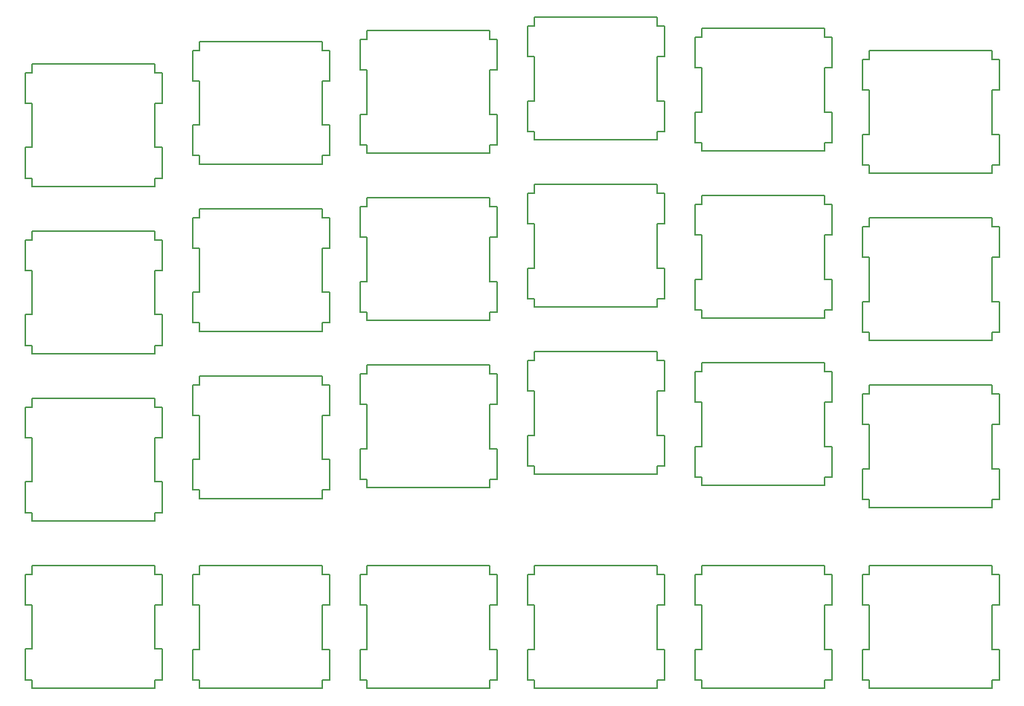
<source format=gbr>
G04 #@! TF.GenerationSoftware,KiCad,Pcbnew,5.1.9*
G04 #@! TF.CreationDate,2021-01-25T17:48:52-06:00*
G04 #@! TF.ProjectId,halfboard,68616c66-626f-4617-9264-2e6b69636164,rev?*
G04 #@! TF.SameCoordinates,Original*
G04 #@! TF.FileFunction,Other,ECO2*
%FSLAX46Y46*%
G04 Gerber Fmt 4.6, Leading zero omitted, Abs format (unit mm)*
G04 Created by KiCad (PCBNEW 5.1.9) date 2021-01-25 17:48:52*
%MOMM*%
%LPD*%
G01*
G04 APERTURE LIST*
%ADD10C,0.152400*%
G04 APERTURE END LIST*
D10*
G04 #@! TO.C,SW24*
X201453303Y-131992890D02*
X201453303Y-132973330D01*
X202266103Y-131992890D02*
X201453303Y-131992890D01*
X202266103Y-128492770D02*
X202266103Y-131992890D01*
X201453303Y-128492770D02*
X202266103Y-128492770D01*
X201453303Y-123483890D02*
X201453303Y-128492770D01*
X202266103Y-123483890D02*
X201453303Y-123483890D01*
X202266103Y-119983770D02*
X202266103Y-123483890D01*
X201453303Y-119983770D02*
X202266103Y-119983770D01*
X201453303Y-119003330D02*
X201453303Y-119983770D01*
X187483303Y-119003330D02*
X201453303Y-119003330D01*
X187483303Y-119983770D02*
X187483303Y-119003330D01*
X186670503Y-119983770D02*
X187483303Y-119983770D01*
X186670503Y-123483890D02*
X186670503Y-119983770D01*
X187483303Y-123483890D02*
X186670503Y-123483890D01*
X187483303Y-128492770D02*
X187483303Y-123483890D01*
X186670503Y-128492770D02*
X187483303Y-128492770D01*
X186670503Y-131992890D02*
X186670503Y-128492770D01*
X187483303Y-131992890D02*
X186670503Y-131992890D01*
X187483303Y-132973330D02*
X187483303Y-131992890D01*
X201453303Y-132973330D02*
X187483303Y-132973330D01*
G04 #@! TO.C,SW23*
X182403303Y-131992890D02*
X182403303Y-132973330D01*
X183216103Y-131992890D02*
X182403303Y-131992890D01*
X183216103Y-128492770D02*
X183216103Y-131992890D01*
X182403303Y-128492770D02*
X183216103Y-128492770D01*
X182403303Y-123483890D02*
X182403303Y-128492770D01*
X183216103Y-123483890D02*
X182403303Y-123483890D01*
X183216103Y-119983770D02*
X183216103Y-123483890D01*
X182403303Y-119983770D02*
X183216103Y-119983770D01*
X182403303Y-119003330D02*
X182403303Y-119983770D01*
X168433303Y-119003330D02*
X182403303Y-119003330D01*
X168433303Y-119983770D02*
X168433303Y-119003330D01*
X167620503Y-119983770D02*
X168433303Y-119983770D01*
X167620503Y-123483890D02*
X167620503Y-119983770D01*
X168433303Y-123483890D02*
X167620503Y-123483890D01*
X168433303Y-128492770D02*
X168433303Y-123483890D01*
X167620503Y-128492770D02*
X168433303Y-128492770D01*
X167620503Y-131992890D02*
X167620503Y-128492770D01*
X168433303Y-131992890D02*
X167620503Y-131992890D01*
X168433303Y-132973330D02*
X168433303Y-131992890D01*
X182403303Y-132973330D02*
X168433303Y-132973330D01*
G04 #@! TO.C,SW22*
X163353303Y-131992890D02*
X163353303Y-132973330D01*
X164166103Y-131992890D02*
X163353303Y-131992890D01*
X164166103Y-128492770D02*
X164166103Y-131992890D01*
X163353303Y-128492770D02*
X164166103Y-128492770D01*
X163353303Y-123483890D02*
X163353303Y-128492770D01*
X164166103Y-123483890D02*
X163353303Y-123483890D01*
X164166103Y-119983770D02*
X164166103Y-123483890D01*
X163353303Y-119983770D02*
X164166103Y-119983770D01*
X163353303Y-119003330D02*
X163353303Y-119983770D01*
X149383303Y-119003330D02*
X163353303Y-119003330D01*
X149383303Y-119983770D02*
X149383303Y-119003330D01*
X148570503Y-119983770D02*
X149383303Y-119983770D01*
X148570503Y-123483890D02*
X148570503Y-119983770D01*
X149383303Y-123483890D02*
X148570503Y-123483890D01*
X149383303Y-128492770D02*
X149383303Y-123483890D01*
X148570503Y-128492770D02*
X149383303Y-128492770D01*
X148570503Y-131992890D02*
X148570503Y-128492770D01*
X149383303Y-131992890D02*
X148570503Y-131992890D01*
X149383303Y-132973330D02*
X149383303Y-131992890D01*
X163353303Y-132973330D02*
X149383303Y-132973330D01*
G04 #@! TO.C,SW21*
X144303303Y-131992890D02*
X144303303Y-132973330D01*
X145116103Y-131992890D02*
X144303303Y-131992890D01*
X145116103Y-128492770D02*
X145116103Y-131992890D01*
X144303303Y-128492770D02*
X145116103Y-128492770D01*
X144303303Y-123483890D02*
X144303303Y-128492770D01*
X145116103Y-123483890D02*
X144303303Y-123483890D01*
X145116103Y-119983770D02*
X145116103Y-123483890D01*
X144303303Y-119983770D02*
X145116103Y-119983770D01*
X144303303Y-119003330D02*
X144303303Y-119983770D01*
X130333303Y-119003330D02*
X144303303Y-119003330D01*
X130333303Y-119983770D02*
X130333303Y-119003330D01*
X129520503Y-119983770D02*
X130333303Y-119983770D01*
X129520503Y-123483890D02*
X129520503Y-119983770D01*
X130333303Y-123483890D02*
X129520503Y-123483890D01*
X130333303Y-128492770D02*
X130333303Y-123483890D01*
X129520503Y-128492770D02*
X130333303Y-128492770D01*
X129520503Y-131992890D02*
X129520503Y-128492770D01*
X130333303Y-131992890D02*
X129520503Y-131992890D01*
X130333303Y-132973330D02*
X130333303Y-131992890D01*
X144303303Y-132973330D02*
X130333303Y-132973330D01*
G04 #@! TO.C,SW20*
X125247400Y-131988560D02*
X125247400Y-132969000D01*
X126060200Y-131988560D02*
X125247400Y-131988560D01*
X126060200Y-128488440D02*
X126060200Y-131988560D01*
X125247400Y-128488440D02*
X126060200Y-128488440D01*
X125247400Y-123479560D02*
X125247400Y-128488440D01*
X126060200Y-123479560D02*
X125247400Y-123479560D01*
X126060200Y-119979440D02*
X126060200Y-123479560D01*
X125247400Y-119979440D02*
X126060200Y-119979440D01*
X125247400Y-118999000D02*
X125247400Y-119979440D01*
X111277400Y-118999000D02*
X125247400Y-118999000D01*
X111277400Y-119979440D02*
X111277400Y-118999000D01*
X110464600Y-119979440D02*
X111277400Y-119979440D01*
X110464600Y-123479560D02*
X110464600Y-119979440D01*
X111277400Y-123479560D02*
X110464600Y-123479560D01*
X111277400Y-128488440D02*
X111277400Y-123479560D01*
X110464600Y-128488440D02*
X111277400Y-128488440D01*
X110464600Y-131988560D02*
X110464600Y-128488440D01*
X111277400Y-131988560D02*
X110464600Y-131988560D01*
X111277400Y-132969000D02*
X111277400Y-131988560D01*
X125247400Y-132969000D02*
X111277400Y-132969000D01*
G04 #@! TO.C,SW19*
X106205000Y-131963160D02*
X106205000Y-132943600D01*
X107017800Y-131963160D02*
X106205000Y-131963160D01*
X107017800Y-128463040D02*
X107017800Y-131963160D01*
X106205000Y-128463040D02*
X107017800Y-128463040D01*
X106205000Y-123454160D02*
X106205000Y-128463040D01*
X107017800Y-123454160D02*
X106205000Y-123454160D01*
X107017800Y-119954040D02*
X107017800Y-123454160D01*
X106205000Y-119954040D02*
X107017800Y-119954040D01*
X106205000Y-118973600D02*
X106205000Y-119954040D01*
X92235000Y-118973600D02*
X106205000Y-118973600D01*
X92235000Y-119954040D02*
X92235000Y-118973600D01*
X91422200Y-119954040D02*
X92235000Y-119954040D01*
X91422200Y-123454160D02*
X91422200Y-119954040D01*
X92235000Y-123454160D02*
X91422200Y-123454160D01*
X92235000Y-128463040D02*
X92235000Y-123454160D01*
X91422200Y-128463040D02*
X92235000Y-128463040D01*
X91422200Y-131963160D02*
X91422200Y-128463040D01*
X92235000Y-131963160D02*
X91422200Y-131963160D01*
X92235000Y-132943600D02*
X92235000Y-131963160D01*
X106205000Y-132943600D02*
X92235000Y-132943600D01*
G04 #@! TO.C,SW18*
X201453303Y-111418890D02*
X201453303Y-112399330D01*
X202266103Y-111418890D02*
X201453303Y-111418890D01*
X202266103Y-107918770D02*
X202266103Y-111418890D01*
X201453303Y-107918770D02*
X202266103Y-107918770D01*
X201453303Y-102909890D02*
X201453303Y-107918770D01*
X202266103Y-102909890D02*
X201453303Y-102909890D01*
X202266103Y-99409770D02*
X202266103Y-102909890D01*
X201453303Y-99409770D02*
X202266103Y-99409770D01*
X201453303Y-98429330D02*
X201453303Y-99409770D01*
X187483303Y-98429330D02*
X201453303Y-98429330D01*
X187483303Y-99409770D02*
X187483303Y-98429330D01*
X186670503Y-99409770D02*
X187483303Y-99409770D01*
X186670503Y-102909890D02*
X186670503Y-99409770D01*
X187483303Y-102909890D02*
X186670503Y-102909890D01*
X187483303Y-107918770D02*
X187483303Y-102909890D01*
X186670503Y-107918770D02*
X187483303Y-107918770D01*
X186670503Y-111418890D02*
X186670503Y-107918770D01*
X187483303Y-111418890D02*
X186670503Y-111418890D01*
X187483303Y-112399330D02*
X187483303Y-111418890D01*
X201453303Y-112399330D02*
X187483303Y-112399330D01*
G04 #@! TO.C,SW17*
X182403303Y-108878890D02*
X182403303Y-109859330D01*
X183216103Y-108878890D02*
X182403303Y-108878890D01*
X183216103Y-105378770D02*
X183216103Y-108878890D01*
X182403303Y-105378770D02*
X183216103Y-105378770D01*
X182403303Y-100369890D02*
X182403303Y-105378770D01*
X183216103Y-100369890D02*
X182403303Y-100369890D01*
X183216103Y-96869770D02*
X183216103Y-100369890D01*
X182403303Y-96869770D02*
X183216103Y-96869770D01*
X182403303Y-95889330D02*
X182403303Y-96869770D01*
X168433303Y-95889330D02*
X182403303Y-95889330D01*
X168433303Y-96869770D02*
X168433303Y-95889330D01*
X167620503Y-96869770D02*
X168433303Y-96869770D01*
X167620503Y-100369890D02*
X167620503Y-96869770D01*
X168433303Y-100369890D02*
X167620503Y-100369890D01*
X168433303Y-105378770D02*
X168433303Y-100369890D01*
X167620503Y-105378770D02*
X168433303Y-105378770D01*
X167620503Y-108878890D02*
X167620503Y-105378770D01*
X168433303Y-108878890D02*
X167620503Y-108878890D01*
X168433303Y-109859330D02*
X168433303Y-108878890D01*
X182403303Y-109859330D02*
X168433303Y-109859330D01*
G04 #@! TO.C,SW16*
X163353303Y-107608890D02*
X163353303Y-108589330D01*
X164166103Y-107608890D02*
X163353303Y-107608890D01*
X164166103Y-104108770D02*
X164166103Y-107608890D01*
X163353303Y-104108770D02*
X164166103Y-104108770D01*
X163353303Y-99099890D02*
X163353303Y-104108770D01*
X164166103Y-99099890D02*
X163353303Y-99099890D01*
X164166103Y-95599770D02*
X164166103Y-99099890D01*
X163353303Y-95599770D02*
X164166103Y-95599770D01*
X163353303Y-94619330D02*
X163353303Y-95599770D01*
X149383303Y-94619330D02*
X163353303Y-94619330D01*
X149383303Y-95599770D02*
X149383303Y-94619330D01*
X148570503Y-95599770D02*
X149383303Y-95599770D01*
X148570503Y-99099890D02*
X148570503Y-95599770D01*
X149383303Y-99099890D02*
X148570503Y-99099890D01*
X149383303Y-104108770D02*
X149383303Y-99099890D01*
X148570503Y-104108770D02*
X149383303Y-104108770D01*
X148570503Y-107608890D02*
X148570503Y-104108770D01*
X149383303Y-107608890D02*
X148570503Y-107608890D01*
X149383303Y-108589330D02*
X149383303Y-107608890D01*
X163353303Y-108589330D02*
X149383303Y-108589330D01*
G04 #@! TO.C,SW15*
X144303303Y-109132890D02*
X144303303Y-110113330D01*
X145116103Y-109132890D02*
X144303303Y-109132890D01*
X145116103Y-105632770D02*
X145116103Y-109132890D01*
X144303303Y-105632770D02*
X145116103Y-105632770D01*
X144303303Y-100623890D02*
X144303303Y-105632770D01*
X145116103Y-100623890D02*
X144303303Y-100623890D01*
X145116103Y-97123770D02*
X145116103Y-100623890D01*
X144303303Y-97123770D02*
X145116103Y-97123770D01*
X144303303Y-96143330D02*
X144303303Y-97123770D01*
X130333303Y-96143330D02*
X144303303Y-96143330D01*
X130333303Y-97123770D02*
X130333303Y-96143330D01*
X129520503Y-97123770D02*
X130333303Y-97123770D01*
X129520503Y-100623890D02*
X129520503Y-97123770D01*
X130333303Y-100623890D02*
X129520503Y-100623890D01*
X130333303Y-105632770D02*
X130333303Y-100623890D01*
X129520503Y-105632770D02*
X130333303Y-105632770D01*
X129520503Y-109132890D02*
X129520503Y-105632770D01*
X130333303Y-109132890D02*
X129520503Y-109132890D01*
X130333303Y-110113330D02*
X130333303Y-109132890D01*
X144303303Y-110113330D02*
X130333303Y-110113330D01*
G04 #@! TO.C,SW14*
X125250231Y-110359390D02*
X125250231Y-111339830D01*
X126063031Y-110359390D02*
X125250231Y-110359390D01*
X126063031Y-106859270D02*
X126063031Y-110359390D01*
X125250231Y-106859270D02*
X126063031Y-106859270D01*
X125250231Y-101850390D02*
X125250231Y-106859270D01*
X126063031Y-101850390D02*
X125250231Y-101850390D01*
X126063031Y-98350270D02*
X126063031Y-101850390D01*
X125250231Y-98350270D02*
X126063031Y-98350270D01*
X125250231Y-97369830D02*
X125250231Y-98350270D01*
X111280231Y-97369830D02*
X125250231Y-97369830D01*
X111280231Y-98350270D02*
X111280231Y-97369830D01*
X110467431Y-98350270D02*
X111280231Y-98350270D01*
X110467431Y-101850390D02*
X110467431Y-98350270D01*
X111280231Y-101850390D02*
X110467431Y-101850390D01*
X111280231Y-106859270D02*
X111280231Y-101850390D01*
X110467431Y-106859270D02*
X111280231Y-106859270D01*
X110467431Y-110359390D02*
X110467431Y-106859270D01*
X111280231Y-110359390D02*
X110467431Y-110359390D01*
X111280231Y-111339830D02*
X111280231Y-110359390D01*
X125250231Y-111339830D02*
X111280231Y-111339830D01*
G04 #@! TO.C,SW13*
X106197400Y-112913160D02*
X106197400Y-113893600D01*
X107010200Y-112913160D02*
X106197400Y-112913160D01*
X107010200Y-109413040D02*
X107010200Y-112913160D01*
X106197400Y-109413040D02*
X107010200Y-109413040D01*
X106197400Y-104404160D02*
X106197400Y-109413040D01*
X107010200Y-104404160D02*
X106197400Y-104404160D01*
X107010200Y-100904040D02*
X107010200Y-104404160D01*
X106197400Y-100904040D02*
X107010200Y-100904040D01*
X106197400Y-99923600D02*
X106197400Y-100904040D01*
X92227400Y-99923600D02*
X106197400Y-99923600D01*
X92227400Y-100904040D02*
X92227400Y-99923600D01*
X91414600Y-100904040D02*
X92227400Y-100904040D01*
X91414600Y-104404160D02*
X91414600Y-100904040D01*
X92227400Y-104404160D02*
X91414600Y-104404160D01*
X92227400Y-109413040D02*
X92227400Y-104404160D01*
X91414600Y-109413040D02*
X92227400Y-109413040D01*
X91414600Y-112913160D02*
X91414600Y-109413040D01*
X92227400Y-112913160D02*
X91414600Y-112913160D01*
X92227400Y-113893600D02*
X92227400Y-112913160D01*
X106197400Y-113893600D02*
X92227400Y-113893600D01*
G04 #@! TO.C,SW12*
X201453303Y-92368890D02*
X201453303Y-93349330D01*
X202266103Y-92368890D02*
X201453303Y-92368890D01*
X202266103Y-88868770D02*
X202266103Y-92368890D01*
X201453303Y-88868770D02*
X202266103Y-88868770D01*
X201453303Y-83859890D02*
X201453303Y-88868770D01*
X202266103Y-83859890D02*
X201453303Y-83859890D01*
X202266103Y-80359770D02*
X202266103Y-83859890D01*
X201453303Y-80359770D02*
X202266103Y-80359770D01*
X201453303Y-79379330D02*
X201453303Y-80359770D01*
X187483303Y-79379330D02*
X201453303Y-79379330D01*
X187483303Y-80359770D02*
X187483303Y-79379330D01*
X186670503Y-80359770D02*
X187483303Y-80359770D01*
X186670503Y-83859890D02*
X186670503Y-80359770D01*
X187483303Y-83859890D02*
X186670503Y-83859890D01*
X187483303Y-88868770D02*
X187483303Y-83859890D01*
X186670503Y-88868770D02*
X187483303Y-88868770D01*
X186670503Y-92368890D02*
X186670503Y-88868770D01*
X187483303Y-92368890D02*
X186670503Y-92368890D01*
X187483303Y-93349330D02*
X187483303Y-92368890D01*
X201453303Y-93349330D02*
X187483303Y-93349330D01*
G04 #@! TO.C,SW11*
X182403303Y-89828890D02*
X182403303Y-90809330D01*
X183216103Y-89828890D02*
X182403303Y-89828890D01*
X183216103Y-86328770D02*
X183216103Y-89828890D01*
X182403303Y-86328770D02*
X183216103Y-86328770D01*
X182403303Y-81319890D02*
X182403303Y-86328770D01*
X183216103Y-81319890D02*
X182403303Y-81319890D01*
X183216103Y-77819770D02*
X183216103Y-81319890D01*
X182403303Y-77819770D02*
X183216103Y-77819770D01*
X182403303Y-76839330D02*
X182403303Y-77819770D01*
X168433303Y-76839330D02*
X182403303Y-76839330D01*
X168433303Y-77819770D02*
X168433303Y-76839330D01*
X167620503Y-77819770D02*
X168433303Y-77819770D01*
X167620503Y-81319890D02*
X167620503Y-77819770D01*
X168433303Y-81319890D02*
X167620503Y-81319890D01*
X168433303Y-86328770D02*
X168433303Y-81319890D01*
X167620503Y-86328770D02*
X168433303Y-86328770D01*
X167620503Y-89828890D02*
X167620503Y-86328770D01*
X168433303Y-89828890D02*
X167620503Y-89828890D01*
X168433303Y-90809330D02*
X168433303Y-89828890D01*
X182403303Y-90809330D02*
X168433303Y-90809330D01*
G04 #@! TO.C,SW10*
X163353303Y-88558890D02*
X163353303Y-89539330D01*
X164166103Y-88558890D02*
X163353303Y-88558890D01*
X164166103Y-85058770D02*
X164166103Y-88558890D01*
X163353303Y-85058770D02*
X164166103Y-85058770D01*
X163353303Y-80049890D02*
X163353303Y-85058770D01*
X164166103Y-80049890D02*
X163353303Y-80049890D01*
X164166103Y-76549770D02*
X164166103Y-80049890D01*
X163353303Y-76549770D02*
X164166103Y-76549770D01*
X163353303Y-75569330D02*
X163353303Y-76549770D01*
X149383303Y-75569330D02*
X163353303Y-75569330D01*
X149383303Y-76549770D02*
X149383303Y-75569330D01*
X148570503Y-76549770D02*
X149383303Y-76549770D01*
X148570503Y-80049890D02*
X148570503Y-76549770D01*
X149383303Y-80049890D02*
X148570503Y-80049890D01*
X149383303Y-85058770D02*
X149383303Y-80049890D01*
X148570503Y-85058770D02*
X149383303Y-85058770D01*
X148570503Y-88558890D02*
X148570503Y-85058770D01*
X149383303Y-88558890D02*
X148570503Y-88558890D01*
X149383303Y-89539330D02*
X149383303Y-88558890D01*
X163353303Y-89539330D02*
X149383303Y-89539330D01*
G04 #@! TO.C,SW9*
X144303303Y-90082890D02*
X144303303Y-91063330D01*
X145116103Y-90082890D02*
X144303303Y-90082890D01*
X145116103Y-86582770D02*
X145116103Y-90082890D01*
X144303303Y-86582770D02*
X145116103Y-86582770D01*
X144303303Y-81573890D02*
X144303303Y-86582770D01*
X145116103Y-81573890D02*
X144303303Y-81573890D01*
X145116103Y-78073770D02*
X145116103Y-81573890D01*
X144303303Y-78073770D02*
X145116103Y-78073770D01*
X144303303Y-77093330D02*
X144303303Y-78073770D01*
X130333303Y-77093330D02*
X144303303Y-77093330D01*
X130333303Y-78073770D02*
X130333303Y-77093330D01*
X129520503Y-78073770D02*
X130333303Y-78073770D01*
X129520503Y-81573890D02*
X129520503Y-78073770D01*
X130333303Y-81573890D02*
X129520503Y-81573890D01*
X130333303Y-86582770D02*
X130333303Y-81573890D01*
X129520503Y-86582770D02*
X130333303Y-86582770D01*
X129520503Y-90082890D02*
X129520503Y-86582770D01*
X130333303Y-90082890D02*
X129520503Y-90082890D01*
X130333303Y-91063330D02*
X130333303Y-90082890D01*
X144303303Y-91063330D02*
X130333303Y-91063330D01*
G04 #@! TO.C,SW8*
X125250231Y-91310989D02*
X125250231Y-92291429D01*
X126063031Y-91310989D02*
X125250231Y-91310989D01*
X126063031Y-87810869D02*
X126063031Y-91310989D01*
X125250231Y-87810869D02*
X126063031Y-87810869D01*
X125250231Y-82801989D02*
X125250231Y-87810869D01*
X126063031Y-82801989D02*
X125250231Y-82801989D01*
X126063031Y-79301869D02*
X126063031Y-82801989D01*
X125250231Y-79301869D02*
X126063031Y-79301869D01*
X125250231Y-78321429D02*
X125250231Y-79301869D01*
X111280231Y-78321429D02*
X125250231Y-78321429D01*
X111280231Y-79301869D02*
X111280231Y-78321429D01*
X110467431Y-79301869D02*
X111280231Y-79301869D01*
X110467431Y-82801989D02*
X110467431Y-79301869D01*
X111280231Y-82801989D02*
X110467431Y-82801989D01*
X111280231Y-87810869D02*
X111280231Y-82801989D01*
X110467431Y-87810869D02*
X111280231Y-87810869D01*
X110467431Y-91310989D02*
X110467431Y-87810869D01*
X111280231Y-91310989D02*
X110467431Y-91310989D01*
X111280231Y-92291429D02*
X111280231Y-91310989D01*
X125250231Y-92291429D02*
X111280231Y-92291429D01*
G04 #@! TO.C,SW7*
X106205000Y-93863160D02*
X106205000Y-94843600D01*
X107017800Y-93863160D02*
X106205000Y-93863160D01*
X107017800Y-90363040D02*
X107017800Y-93863160D01*
X106205000Y-90363040D02*
X107017800Y-90363040D01*
X106205000Y-85354160D02*
X106205000Y-90363040D01*
X107017800Y-85354160D02*
X106205000Y-85354160D01*
X107017800Y-81854040D02*
X107017800Y-85354160D01*
X106205000Y-81854040D02*
X107017800Y-81854040D01*
X106205000Y-80873600D02*
X106205000Y-81854040D01*
X92235000Y-80873600D02*
X106205000Y-80873600D01*
X92235000Y-81854040D02*
X92235000Y-80873600D01*
X91422200Y-81854040D02*
X92235000Y-81854040D01*
X91422200Y-85354160D02*
X91422200Y-81854040D01*
X92235000Y-85354160D02*
X91422200Y-85354160D01*
X92235000Y-90363040D02*
X92235000Y-85354160D01*
X91422200Y-90363040D02*
X92235000Y-90363040D01*
X91422200Y-93863160D02*
X91422200Y-90363040D01*
X92235000Y-93863160D02*
X91422200Y-93863160D01*
X92235000Y-94843600D02*
X92235000Y-93863160D01*
X106205000Y-94843600D02*
X92235000Y-94843600D01*
G04 #@! TO.C,SW6*
X201453303Y-73318890D02*
X201453303Y-74299330D01*
X202266103Y-73318890D02*
X201453303Y-73318890D01*
X202266103Y-69818770D02*
X202266103Y-73318890D01*
X201453303Y-69818770D02*
X202266103Y-69818770D01*
X201453303Y-64809890D02*
X201453303Y-69818770D01*
X202266103Y-64809890D02*
X201453303Y-64809890D01*
X202266103Y-61309770D02*
X202266103Y-64809890D01*
X201453303Y-61309770D02*
X202266103Y-61309770D01*
X201453303Y-60329330D02*
X201453303Y-61309770D01*
X187483303Y-60329330D02*
X201453303Y-60329330D01*
X187483303Y-61309770D02*
X187483303Y-60329330D01*
X186670503Y-61309770D02*
X187483303Y-61309770D01*
X186670503Y-64809890D02*
X186670503Y-61309770D01*
X187483303Y-64809890D02*
X186670503Y-64809890D01*
X187483303Y-69818770D02*
X187483303Y-64809890D01*
X186670503Y-69818770D02*
X187483303Y-69818770D01*
X186670503Y-73318890D02*
X186670503Y-69818770D01*
X187483303Y-73318890D02*
X186670503Y-73318890D01*
X187483303Y-74299330D02*
X187483303Y-73318890D01*
X201453303Y-74299330D02*
X187483303Y-74299330D01*
G04 #@! TO.C,SW5*
X182403303Y-70778890D02*
X182403303Y-71759330D01*
X183216103Y-70778890D02*
X182403303Y-70778890D01*
X183216103Y-67278770D02*
X183216103Y-70778890D01*
X182403303Y-67278770D02*
X183216103Y-67278770D01*
X182403303Y-62269890D02*
X182403303Y-67278770D01*
X183216103Y-62269890D02*
X182403303Y-62269890D01*
X183216103Y-58769770D02*
X183216103Y-62269890D01*
X182403303Y-58769770D02*
X183216103Y-58769770D01*
X182403303Y-57789330D02*
X182403303Y-58769770D01*
X168433303Y-57789330D02*
X182403303Y-57789330D01*
X168433303Y-58769770D02*
X168433303Y-57789330D01*
X167620503Y-58769770D02*
X168433303Y-58769770D01*
X167620503Y-62269890D02*
X167620503Y-58769770D01*
X168433303Y-62269890D02*
X167620503Y-62269890D01*
X168433303Y-67278770D02*
X168433303Y-62269890D01*
X167620503Y-67278770D02*
X168433303Y-67278770D01*
X167620503Y-70778890D02*
X167620503Y-67278770D01*
X168433303Y-70778890D02*
X167620503Y-70778890D01*
X168433303Y-71759330D02*
X168433303Y-70778890D01*
X182403303Y-71759330D02*
X168433303Y-71759330D01*
G04 #@! TO.C,SW4*
X163353303Y-69508890D02*
X163353303Y-70489330D01*
X164166103Y-69508890D02*
X163353303Y-69508890D01*
X164166103Y-66008770D02*
X164166103Y-69508890D01*
X163353303Y-66008770D02*
X164166103Y-66008770D01*
X163353303Y-60999890D02*
X163353303Y-66008770D01*
X164166103Y-60999890D02*
X163353303Y-60999890D01*
X164166103Y-57499770D02*
X164166103Y-60999890D01*
X163353303Y-57499770D02*
X164166103Y-57499770D01*
X163353303Y-56519330D02*
X163353303Y-57499770D01*
X149383303Y-56519330D02*
X163353303Y-56519330D01*
X149383303Y-57499770D02*
X149383303Y-56519330D01*
X148570503Y-57499770D02*
X149383303Y-57499770D01*
X148570503Y-60999890D02*
X148570503Y-57499770D01*
X149383303Y-60999890D02*
X148570503Y-60999890D01*
X149383303Y-66008770D02*
X149383303Y-60999890D01*
X148570503Y-66008770D02*
X149383303Y-66008770D01*
X148570503Y-69508890D02*
X148570503Y-66008770D01*
X149383303Y-69508890D02*
X148570503Y-69508890D01*
X149383303Y-70489330D02*
X149383303Y-69508890D01*
X163353303Y-70489330D02*
X149383303Y-70489330D01*
G04 #@! TO.C,SW3*
X144303303Y-71028890D02*
X144303303Y-72009330D01*
X145116103Y-71028890D02*
X144303303Y-71028890D01*
X145116103Y-67528770D02*
X145116103Y-71028890D01*
X144303303Y-67528770D02*
X145116103Y-67528770D01*
X144303303Y-62519890D02*
X144303303Y-67528770D01*
X145116103Y-62519890D02*
X144303303Y-62519890D01*
X145116103Y-59019770D02*
X145116103Y-62519890D01*
X144303303Y-59019770D02*
X145116103Y-59019770D01*
X144303303Y-58039330D02*
X144303303Y-59019770D01*
X130333303Y-58039330D02*
X144303303Y-58039330D01*
X130333303Y-59019770D02*
X130333303Y-58039330D01*
X129520503Y-59019770D02*
X130333303Y-59019770D01*
X129520503Y-62519890D02*
X129520503Y-59019770D01*
X130333303Y-62519890D02*
X129520503Y-62519890D01*
X130333303Y-67528770D02*
X130333303Y-62519890D01*
X129520503Y-67528770D02*
X130333303Y-67528770D01*
X129520503Y-71028890D02*
X129520503Y-67528770D01*
X130333303Y-71028890D02*
X129520503Y-71028890D01*
X130333303Y-72009330D02*
X130333303Y-71028890D01*
X144303303Y-72009330D02*
X130333303Y-72009330D01*
G04 #@! TO.C,SW2*
X125250231Y-72262890D02*
X125250231Y-73243330D01*
X126063031Y-72262890D02*
X125250231Y-72262890D01*
X126063031Y-68762770D02*
X126063031Y-72262890D01*
X125250231Y-68762770D02*
X126063031Y-68762770D01*
X125250231Y-63753890D02*
X125250231Y-68762770D01*
X126063031Y-63753890D02*
X125250231Y-63753890D01*
X126063031Y-60253770D02*
X126063031Y-63753890D01*
X125250231Y-60253770D02*
X126063031Y-60253770D01*
X125250231Y-59273330D02*
X125250231Y-60253770D01*
X111280231Y-59273330D02*
X125250231Y-59273330D01*
X111280231Y-60253770D02*
X111280231Y-59273330D01*
X110467431Y-60253770D02*
X111280231Y-60253770D01*
X110467431Y-63753890D02*
X110467431Y-60253770D01*
X111280231Y-63753890D02*
X110467431Y-63753890D01*
X111280231Y-68762770D02*
X111280231Y-63753890D01*
X110467431Y-68762770D02*
X111280231Y-68762770D01*
X110467431Y-72262890D02*
X110467431Y-68762770D01*
X111280231Y-72262890D02*
X110467431Y-72262890D01*
X111280231Y-73243330D02*
X111280231Y-72262890D01*
X125250231Y-73243330D02*
X111280231Y-73243330D01*
G04 #@! TO.C,SW1*
X106205000Y-74813160D02*
X106205000Y-75793600D01*
X107017800Y-74813160D02*
X106205000Y-74813160D01*
X107017800Y-71313040D02*
X107017800Y-74813160D01*
X106205000Y-71313040D02*
X107017800Y-71313040D01*
X106205000Y-66304160D02*
X106205000Y-71313040D01*
X107017800Y-66304160D02*
X106205000Y-66304160D01*
X107017800Y-62804040D02*
X107017800Y-66304160D01*
X106205000Y-62804040D02*
X107017800Y-62804040D01*
X106205000Y-61823600D02*
X106205000Y-62804040D01*
X92235000Y-61823600D02*
X106205000Y-61823600D01*
X92235000Y-62804040D02*
X92235000Y-61823600D01*
X91422200Y-62804040D02*
X92235000Y-62804040D01*
X91422200Y-66304160D02*
X91422200Y-62804040D01*
X92235000Y-66304160D02*
X91422200Y-66304160D01*
X92235000Y-71313040D02*
X92235000Y-66304160D01*
X91422200Y-71313040D02*
X92235000Y-71313040D01*
X91422200Y-74813160D02*
X91422200Y-71313040D01*
X92235000Y-74813160D02*
X91422200Y-74813160D01*
X92235000Y-75793600D02*
X92235000Y-74813160D01*
X106205000Y-75793600D02*
X92235000Y-75793600D01*
G04 #@! TO.C, *
X106205000Y-93863160D02*
X106205000Y-94843600D01*
X107017800Y-93863160D02*
X106205000Y-93863160D01*
X107017800Y-90363040D02*
X107017800Y-93863160D01*
X106205000Y-90363040D02*
X107017800Y-90363040D01*
X106205000Y-85354160D02*
X106205000Y-90363040D01*
X107017800Y-85354160D02*
X106205000Y-85354160D01*
X107017800Y-81854040D02*
X107017800Y-85354160D01*
X106205000Y-81854040D02*
X107017800Y-81854040D01*
X106205000Y-80873600D02*
X106205000Y-81854040D01*
X92235000Y-80873600D02*
X106205000Y-80873600D01*
X92235000Y-81854040D02*
X92235000Y-80873600D01*
X91422200Y-81854040D02*
X92235000Y-81854040D01*
X91422200Y-85354160D02*
X91422200Y-81854040D01*
X92235000Y-85354160D02*
X91422200Y-85354160D01*
X92235000Y-90363040D02*
X92235000Y-85354160D01*
X91422200Y-90363040D02*
X92235000Y-90363040D01*
X91422200Y-93863160D02*
X91422200Y-90363040D01*
X92235000Y-93863160D02*
X91422200Y-93863160D01*
X92235000Y-94843600D02*
X92235000Y-93863160D01*
X106205000Y-94843600D02*
X92235000Y-94843600D01*
X163353303Y-88558890D02*
X163353303Y-89539330D01*
X164166103Y-88558890D02*
X163353303Y-88558890D01*
X164166103Y-85058770D02*
X164166103Y-88558890D01*
X163353303Y-85058770D02*
X164166103Y-85058770D01*
X163353303Y-80049890D02*
X163353303Y-85058770D01*
X164166103Y-80049890D02*
X163353303Y-80049890D01*
X164166103Y-76549770D02*
X164166103Y-80049890D01*
X163353303Y-76549770D02*
X164166103Y-76549770D01*
X163353303Y-75569330D02*
X163353303Y-76549770D01*
X149383303Y-75569330D02*
X163353303Y-75569330D01*
X149383303Y-76549770D02*
X149383303Y-75569330D01*
X148570503Y-76549770D02*
X149383303Y-76549770D01*
X148570503Y-80049890D02*
X148570503Y-76549770D01*
X149383303Y-80049890D02*
X148570503Y-80049890D01*
X149383303Y-85058770D02*
X149383303Y-80049890D01*
X148570503Y-85058770D02*
X149383303Y-85058770D01*
X148570503Y-88558890D02*
X148570503Y-85058770D01*
X149383303Y-88558890D02*
X148570503Y-88558890D01*
X149383303Y-89539330D02*
X149383303Y-88558890D01*
X163353303Y-89539330D02*
X149383303Y-89539330D01*
X144303303Y-90082890D02*
X144303303Y-91063330D01*
X145116103Y-90082890D02*
X144303303Y-90082890D01*
X145116103Y-86582770D02*
X145116103Y-90082890D01*
X144303303Y-86582770D02*
X145116103Y-86582770D01*
X144303303Y-81573890D02*
X144303303Y-86582770D01*
X145116103Y-81573890D02*
X144303303Y-81573890D01*
X145116103Y-78073770D02*
X145116103Y-81573890D01*
X144303303Y-78073770D02*
X145116103Y-78073770D01*
X144303303Y-77093330D02*
X144303303Y-78073770D01*
X130333303Y-77093330D02*
X144303303Y-77093330D01*
X130333303Y-78073770D02*
X130333303Y-77093330D01*
X129520503Y-78073770D02*
X130333303Y-78073770D01*
X129520503Y-81573890D02*
X129520503Y-78073770D01*
X130333303Y-81573890D02*
X129520503Y-81573890D01*
X130333303Y-86582770D02*
X130333303Y-81573890D01*
X129520503Y-86582770D02*
X130333303Y-86582770D01*
X129520503Y-90082890D02*
X129520503Y-86582770D01*
X130333303Y-90082890D02*
X129520503Y-90082890D01*
X130333303Y-91063330D02*
X130333303Y-90082890D01*
X144303303Y-91063330D02*
X130333303Y-91063330D01*
X163353303Y-131992890D02*
X163353303Y-132973330D01*
X164166103Y-131992890D02*
X163353303Y-131992890D01*
X164166103Y-128492770D02*
X164166103Y-131992890D01*
X163353303Y-128492770D02*
X164166103Y-128492770D01*
X163353303Y-123483890D02*
X163353303Y-128492770D01*
X164166103Y-123483890D02*
X163353303Y-123483890D01*
X164166103Y-119983770D02*
X164166103Y-123483890D01*
X163353303Y-119983770D02*
X164166103Y-119983770D01*
X163353303Y-119003330D02*
X163353303Y-119983770D01*
X149383303Y-119003330D02*
X163353303Y-119003330D01*
X149383303Y-119983770D02*
X149383303Y-119003330D01*
X148570503Y-119983770D02*
X149383303Y-119983770D01*
X148570503Y-123483890D02*
X148570503Y-119983770D01*
X149383303Y-123483890D02*
X148570503Y-123483890D01*
X149383303Y-128492770D02*
X149383303Y-123483890D01*
X148570503Y-128492770D02*
X149383303Y-128492770D01*
X148570503Y-131992890D02*
X148570503Y-128492770D01*
X149383303Y-131992890D02*
X148570503Y-131992890D01*
X149383303Y-132973330D02*
X149383303Y-131992890D01*
X163353303Y-132973330D02*
X149383303Y-132973330D01*
X201453303Y-73318890D02*
X201453303Y-74299330D01*
X202266103Y-73318890D02*
X201453303Y-73318890D01*
X202266103Y-69818770D02*
X202266103Y-73318890D01*
X201453303Y-69818770D02*
X202266103Y-69818770D01*
X201453303Y-64809890D02*
X201453303Y-69818770D01*
X202266103Y-64809890D02*
X201453303Y-64809890D01*
X202266103Y-61309770D02*
X202266103Y-64809890D01*
X201453303Y-61309770D02*
X202266103Y-61309770D01*
X201453303Y-60329330D02*
X201453303Y-61309770D01*
X187483303Y-60329330D02*
X201453303Y-60329330D01*
X187483303Y-61309770D02*
X187483303Y-60329330D01*
X186670503Y-61309770D02*
X187483303Y-61309770D01*
X186670503Y-64809890D02*
X186670503Y-61309770D01*
X187483303Y-64809890D02*
X186670503Y-64809890D01*
X187483303Y-69818770D02*
X187483303Y-64809890D01*
X186670503Y-69818770D02*
X187483303Y-69818770D01*
X186670503Y-73318890D02*
X186670503Y-69818770D01*
X187483303Y-73318890D02*
X186670503Y-73318890D01*
X187483303Y-74299330D02*
X187483303Y-73318890D01*
X201453303Y-74299330D02*
X187483303Y-74299330D01*
X144303303Y-109132890D02*
X144303303Y-110113330D01*
X145116103Y-109132890D02*
X144303303Y-109132890D01*
X145116103Y-105632770D02*
X145116103Y-109132890D01*
X144303303Y-105632770D02*
X145116103Y-105632770D01*
X144303303Y-100623890D02*
X144303303Y-105632770D01*
X145116103Y-100623890D02*
X144303303Y-100623890D01*
X145116103Y-97123770D02*
X145116103Y-100623890D01*
X144303303Y-97123770D02*
X145116103Y-97123770D01*
X144303303Y-96143330D02*
X144303303Y-97123770D01*
X130333303Y-96143330D02*
X144303303Y-96143330D01*
X130333303Y-97123770D02*
X130333303Y-96143330D01*
X129520503Y-97123770D02*
X130333303Y-97123770D01*
X129520503Y-100623890D02*
X129520503Y-97123770D01*
X130333303Y-100623890D02*
X129520503Y-100623890D01*
X130333303Y-105632770D02*
X130333303Y-100623890D01*
X129520503Y-105632770D02*
X130333303Y-105632770D01*
X129520503Y-109132890D02*
X129520503Y-105632770D01*
X130333303Y-109132890D02*
X129520503Y-109132890D01*
X130333303Y-110113330D02*
X130333303Y-109132890D01*
X144303303Y-110113330D02*
X130333303Y-110113330D01*
X106205000Y-74813160D02*
X106205000Y-75793600D01*
X107017800Y-74813160D02*
X106205000Y-74813160D01*
X107017800Y-71313040D02*
X107017800Y-74813160D01*
X106205000Y-71313040D02*
X107017800Y-71313040D01*
X106205000Y-66304160D02*
X106205000Y-71313040D01*
X107017800Y-66304160D02*
X106205000Y-66304160D01*
X107017800Y-62804040D02*
X107017800Y-66304160D01*
X106205000Y-62804040D02*
X107017800Y-62804040D01*
X106205000Y-61823600D02*
X106205000Y-62804040D01*
X92235000Y-61823600D02*
X106205000Y-61823600D01*
X92235000Y-62804040D02*
X92235000Y-61823600D01*
X91422200Y-62804040D02*
X92235000Y-62804040D01*
X91422200Y-66304160D02*
X91422200Y-62804040D01*
X92235000Y-66304160D02*
X91422200Y-66304160D01*
X92235000Y-71313040D02*
X92235000Y-66304160D01*
X91422200Y-71313040D02*
X92235000Y-71313040D01*
X91422200Y-74813160D02*
X91422200Y-71313040D01*
X92235000Y-74813160D02*
X91422200Y-74813160D01*
X92235000Y-75793600D02*
X92235000Y-74813160D01*
X106205000Y-75793600D02*
X92235000Y-75793600D01*
X182403303Y-70778890D02*
X182403303Y-71759330D01*
X183216103Y-70778890D02*
X182403303Y-70778890D01*
X183216103Y-67278770D02*
X183216103Y-70778890D01*
X182403303Y-67278770D02*
X183216103Y-67278770D01*
X182403303Y-62269890D02*
X182403303Y-67278770D01*
X183216103Y-62269890D02*
X182403303Y-62269890D01*
X183216103Y-58769770D02*
X183216103Y-62269890D01*
X182403303Y-58769770D02*
X183216103Y-58769770D01*
X182403303Y-57789330D02*
X182403303Y-58769770D01*
X168433303Y-57789330D02*
X182403303Y-57789330D01*
X168433303Y-58769770D02*
X168433303Y-57789330D01*
X167620503Y-58769770D02*
X168433303Y-58769770D01*
X167620503Y-62269890D02*
X167620503Y-58769770D01*
X168433303Y-62269890D02*
X167620503Y-62269890D01*
X168433303Y-67278770D02*
X168433303Y-62269890D01*
X167620503Y-67278770D02*
X168433303Y-67278770D01*
X167620503Y-70778890D02*
X167620503Y-67278770D01*
X168433303Y-70778890D02*
X167620503Y-70778890D01*
X168433303Y-71759330D02*
X168433303Y-70778890D01*
X182403303Y-71759330D02*
X168433303Y-71759330D01*
X144303303Y-131992890D02*
X144303303Y-132973330D01*
X145116103Y-131992890D02*
X144303303Y-131992890D01*
X145116103Y-128492770D02*
X145116103Y-131992890D01*
X144303303Y-128492770D02*
X145116103Y-128492770D01*
X144303303Y-123483890D02*
X144303303Y-128492770D01*
X145116103Y-123483890D02*
X144303303Y-123483890D01*
X145116103Y-119983770D02*
X145116103Y-123483890D01*
X144303303Y-119983770D02*
X145116103Y-119983770D01*
X144303303Y-119003330D02*
X144303303Y-119983770D01*
X130333303Y-119003330D02*
X144303303Y-119003330D01*
X130333303Y-119983770D02*
X130333303Y-119003330D01*
X129520503Y-119983770D02*
X130333303Y-119983770D01*
X129520503Y-123483890D02*
X129520503Y-119983770D01*
X130333303Y-123483890D02*
X129520503Y-123483890D01*
X130333303Y-128492770D02*
X130333303Y-123483890D01*
X129520503Y-128492770D02*
X130333303Y-128492770D01*
X129520503Y-131992890D02*
X129520503Y-128492770D01*
X130333303Y-131992890D02*
X129520503Y-131992890D01*
X130333303Y-132973330D02*
X130333303Y-131992890D01*
X144303303Y-132973330D02*
X130333303Y-132973330D01*
X163353303Y-107608890D02*
X163353303Y-108589330D01*
X164166103Y-107608890D02*
X163353303Y-107608890D01*
X164166103Y-104108770D02*
X164166103Y-107608890D01*
X163353303Y-104108770D02*
X164166103Y-104108770D01*
X163353303Y-99099890D02*
X163353303Y-104108770D01*
X164166103Y-99099890D02*
X163353303Y-99099890D01*
X164166103Y-95599770D02*
X164166103Y-99099890D01*
X163353303Y-95599770D02*
X164166103Y-95599770D01*
X163353303Y-94619330D02*
X163353303Y-95599770D01*
X149383303Y-94619330D02*
X163353303Y-94619330D01*
X149383303Y-95599770D02*
X149383303Y-94619330D01*
X148570503Y-95599770D02*
X149383303Y-95599770D01*
X148570503Y-99099890D02*
X148570503Y-95599770D01*
X149383303Y-99099890D02*
X148570503Y-99099890D01*
X149383303Y-104108770D02*
X149383303Y-99099890D01*
X148570503Y-104108770D02*
X149383303Y-104108770D01*
X148570503Y-107608890D02*
X148570503Y-104108770D01*
X149383303Y-107608890D02*
X148570503Y-107608890D01*
X149383303Y-108589330D02*
X149383303Y-107608890D01*
X163353303Y-108589330D02*
X149383303Y-108589330D01*
X125250231Y-110359390D02*
X125250231Y-111339830D01*
X126063031Y-110359390D02*
X125250231Y-110359390D01*
X126063031Y-106859270D02*
X126063031Y-110359390D01*
X125250231Y-106859270D02*
X126063031Y-106859270D01*
X125250231Y-101850390D02*
X125250231Y-106859270D01*
X126063031Y-101850390D02*
X125250231Y-101850390D01*
X126063031Y-98350270D02*
X126063031Y-101850390D01*
X125250231Y-98350270D02*
X126063031Y-98350270D01*
X125250231Y-97369830D02*
X125250231Y-98350270D01*
X111280231Y-97369830D02*
X125250231Y-97369830D01*
X111280231Y-98350270D02*
X111280231Y-97369830D01*
X110467431Y-98350270D02*
X111280231Y-98350270D01*
X110467431Y-101850390D02*
X110467431Y-98350270D01*
X111280231Y-101850390D02*
X110467431Y-101850390D01*
X111280231Y-106859270D02*
X111280231Y-101850390D01*
X110467431Y-106859270D02*
X111280231Y-106859270D01*
X110467431Y-110359390D02*
X110467431Y-106859270D01*
X111280231Y-110359390D02*
X110467431Y-110359390D01*
X111280231Y-111339830D02*
X111280231Y-110359390D01*
X125250231Y-111339830D02*
X111280231Y-111339830D01*
X182403303Y-89828890D02*
X182403303Y-90809330D01*
X183216103Y-89828890D02*
X182403303Y-89828890D01*
X183216103Y-86328770D02*
X183216103Y-89828890D01*
X182403303Y-86328770D02*
X183216103Y-86328770D01*
X182403303Y-81319890D02*
X182403303Y-86328770D01*
X183216103Y-81319890D02*
X182403303Y-81319890D01*
X183216103Y-77819770D02*
X183216103Y-81319890D01*
X182403303Y-77819770D02*
X183216103Y-77819770D01*
X182403303Y-76839330D02*
X182403303Y-77819770D01*
X168433303Y-76839330D02*
X182403303Y-76839330D01*
X168433303Y-77819770D02*
X168433303Y-76839330D01*
X167620503Y-77819770D02*
X168433303Y-77819770D01*
X167620503Y-81319890D02*
X167620503Y-77819770D01*
X168433303Y-81319890D02*
X167620503Y-81319890D01*
X168433303Y-86328770D02*
X168433303Y-81319890D01*
X167620503Y-86328770D02*
X168433303Y-86328770D01*
X167620503Y-89828890D02*
X167620503Y-86328770D01*
X168433303Y-89828890D02*
X167620503Y-89828890D01*
X168433303Y-90809330D02*
X168433303Y-89828890D01*
X182403303Y-90809330D02*
X168433303Y-90809330D01*
X201453303Y-111418890D02*
X201453303Y-112399330D01*
X202266103Y-111418890D02*
X201453303Y-111418890D01*
X202266103Y-107918770D02*
X202266103Y-111418890D01*
X201453303Y-107918770D02*
X202266103Y-107918770D01*
X201453303Y-102909890D02*
X201453303Y-107918770D01*
X202266103Y-102909890D02*
X201453303Y-102909890D01*
X202266103Y-99409770D02*
X202266103Y-102909890D01*
X201453303Y-99409770D02*
X202266103Y-99409770D01*
X201453303Y-98429330D02*
X201453303Y-99409770D01*
X187483303Y-98429330D02*
X201453303Y-98429330D01*
X187483303Y-99409770D02*
X187483303Y-98429330D01*
X186670503Y-99409770D02*
X187483303Y-99409770D01*
X186670503Y-102909890D02*
X186670503Y-99409770D01*
X187483303Y-102909890D02*
X186670503Y-102909890D01*
X187483303Y-107918770D02*
X187483303Y-102909890D01*
X186670503Y-107918770D02*
X187483303Y-107918770D01*
X186670503Y-111418890D02*
X186670503Y-107918770D01*
X187483303Y-111418890D02*
X186670503Y-111418890D01*
X187483303Y-112399330D02*
X187483303Y-111418890D01*
X201453303Y-112399330D02*
X187483303Y-112399330D01*
X201453303Y-131992890D02*
X201453303Y-132973330D01*
X202266103Y-131992890D02*
X201453303Y-131992890D01*
X202266103Y-128492770D02*
X202266103Y-131992890D01*
X201453303Y-128492770D02*
X202266103Y-128492770D01*
X201453303Y-123483890D02*
X201453303Y-128492770D01*
X202266103Y-123483890D02*
X201453303Y-123483890D01*
X202266103Y-119983770D02*
X202266103Y-123483890D01*
X201453303Y-119983770D02*
X202266103Y-119983770D01*
X201453303Y-119003330D02*
X201453303Y-119983770D01*
X187483303Y-119003330D02*
X201453303Y-119003330D01*
X187483303Y-119983770D02*
X187483303Y-119003330D01*
X186670503Y-119983770D02*
X187483303Y-119983770D01*
X186670503Y-123483890D02*
X186670503Y-119983770D01*
X187483303Y-123483890D02*
X186670503Y-123483890D01*
X187483303Y-128492770D02*
X187483303Y-123483890D01*
X186670503Y-128492770D02*
X187483303Y-128492770D01*
X186670503Y-131992890D02*
X186670503Y-128492770D01*
X187483303Y-131992890D02*
X186670503Y-131992890D01*
X187483303Y-132973330D02*
X187483303Y-131992890D01*
X201453303Y-132973330D02*
X187483303Y-132973330D01*
X125250231Y-131992890D02*
X125250231Y-132973330D01*
X126063031Y-131992890D02*
X125250231Y-131992890D01*
X126063031Y-128492770D02*
X126063031Y-131992890D01*
X125250231Y-128492770D02*
X126063031Y-128492770D01*
X125250231Y-123483890D02*
X125250231Y-128492770D01*
X126063031Y-123483890D02*
X125250231Y-123483890D01*
X126063031Y-119983770D02*
X126063031Y-123483890D01*
X125250231Y-119983770D02*
X126063031Y-119983770D01*
X125250231Y-119003330D02*
X125250231Y-119983770D01*
X111280231Y-119003330D02*
X125250231Y-119003330D01*
X111280231Y-119983770D02*
X111280231Y-119003330D01*
X110467431Y-119983770D02*
X111280231Y-119983770D01*
X110467431Y-123483890D02*
X110467431Y-119983770D01*
X111280231Y-123483890D02*
X110467431Y-123483890D01*
X111280231Y-128492770D02*
X111280231Y-123483890D01*
X110467431Y-128492770D02*
X111280231Y-128492770D01*
X110467431Y-131992890D02*
X110467431Y-128492770D01*
X111280231Y-131992890D02*
X110467431Y-131992890D01*
X111280231Y-132973330D02*
X111280231Y-131992890D01*
X125250231Y-132973330D02*
X111280231Y-132973330D01*
X163353303Y-69508890D02*
X163353303Y-70489330D01*
X164166103Y-69508890D02*
X163353303Y-69508890D01*
X164166103Y-66008770D02*
X164166103Y-69508890D01*
X163353303Y-66008770D02*
X164166103Y-66008770D01*
X163353303Y-60999890D02*
X163353303Y-66008770D01*
X164166103Y-60999890D02*
X163353303Y-60999890D01*
X164166103Y-57499770D02*
X164166103Y-60999890D01*
X163353303Y-57499770D02*
X164166103Y-57499770D01*
X163353303Y-56519330D02*
X163353303Y-57499770D01*
X149383303Y-56519330D02*
X163353303Y-56519330D01*
X149383303Y-57499770D02*
X149383303Y-56519330D01*
X148570503Y-57499770D02*
X149383303Y-57499770D01*
X148570503Y-60999890D02*
X148570503Y-57499770D01*
X149383303Y-60999890D02*
X148570503Y-60999890D01*
X149383303Y-66008770D02*
X149383303Y-60999890D01*
X148570503Y-66008770D02*
X149383303Y-66008770D01*
X148570503Y-69508890D02*
X148570503Y-66008770D01*
X149383303Y-69508890D02*
X148570503Y-69508890D01*
X149383303Y-70489330D02*
X149383303Y-69508890D01*
X163353303Y-70489330D02*
X149383303Y-70489330D01*
X144303303Y-71028890D02*
X144303303Y-72009330D01*
X145116103Y-71028890D02*
X144303303Y-71028890D01*
X145116103Y-67528770D02*
X145116103Y-71028890D01*
X144303303Y-67528770D02*
X145116103Y-67528770D01*
X144303303Y-62519890D02*
X144303303Y-67528770D01*
X145116103Y-62519890D02*
X144303303Y-62519890D01*
X145116103Y-59019770D02*
X145116103Y-62519890D01*
X144303303Y-59019770D02*
X145116103Y-59019770D01*
X144303303Y-58039330D02*
X144303303Y-59019770D01*
X130333303Y-58039330D02*
X144303303Y-58039330D01*
X130333303Y-59019770D02*
X130333303Y-58039330D01*
X129520503Y-59019770D02*
X130333303Y-59019770D01*
X129520503Y-62519890D02*
X129520503Y-59019770D01*
X130333303Y-62519890D02*
X129520503Y-62519890D01*
X130333303Y-67528770D02*
X130333303Y-62519890D01*
X129520503Y-67528770D02*
X130333303Y-67528770D01*
X129520503Y-71028890D02*
X129520503Y-67528770D01*
X130333303Y-71028890D02*
X129520503Y-71028890D01*
X130333303Y-72009330D02*
X130333303Y-71028890D01*
X144303303Y-72009330D02*
X130333303Y-72009330D01*
X182403303Y-108878890D02*
X182403303Y-109859330D01*
X183216103Y-108878890D02*
X182403303Y-108878890D01*
X183216103Y-105378770D02*
X183216103Y-108878890D01*
X182403303Y-105378770D02*
X183216103Y-105378770D01*
X182403303Y-100369890D02*
X182403303Y-105378770D01*
X183216103Y-100369890D02*
X182403303Y-100369890D01*
X183216103Y-96869770D02*
X183216103Y-100369890D01*
X182403303Y-96869770D02*
X183216103Y-96869770D01*
X182403303Y-95889330D02*
X182403303Y-96869770D01*
X168433303Y-95889330D02*
X182403303Y-95889330D01*
X168433303Y-96869770D02*
X168433303Y-95889330D01*
X167620503Y-96869770D02*
X168433303Y-96869770D01*
X167620503Y-100369890D02*
X167620503Y-96869770D01*
X168433303Y-100369890D02*
X167620503Y-100369890D01*
X168433303Y-105378770D02*
X168433303Y-100369890D01*
X167620503Y-105378770D02*
X168433303Y-105378770D01*
X167620503Y-108878890D02*
X167620503Y-105378770D01*
X168433303Y-108878890D02*
X167620503Y-108878890D01*
X168433303Y-109859330D02*
X168433303Y-108878890D01*
X182403303Y-109859330D02*
X168433303Y-109859330D01*
X106205000Y-112913160D02*
X106205000Y-113893600D01*
X107017800Y-112913160D02*
X106205000Y-112913160D01*
X107017800Y-109413040D02*
X107017800Y-112913160D01*
X106205000Y-109413040D02*
X107017800Y-109413040D01*
X106205000Y-104404160D02*
X106205000Y-109413040D01*
X107017800Y-104404160D02*
X106205000Y-104404160D01*
X107017800Y-100904040D02*
X107017800Y-104404160D01*
X106205000Y-100904040D02*
X107017800Y-100904040D01*
X106205000Y-99923600D02*
X106205000Y-100904040D01*
X92235000Y-99923600D02*
X106205000Y-99923600D01*
X92235000Y-100904040D02*
X92235000Y-99923600D01*
X91422200Y-100904040D02*
X92235000Y-100904040D01*
X91422200Y-104404160D02*
X91422200Y-100904040D01*
X92235000Y-104404160D02*
X91422200Y-104404160D01*
X92235000Y-109413040D02*
X92235000Y-104404160D01*
X91422200Y-109413040D02*
X92235000Y-109413040D01*
X91422200Y-112913160D02*
X91422200Y-109413040D01*
X92235000Y-112913160D02*
X91422200Y-112913160D01*
X92235000Y-113893600D02*
X92235000Y-112913160D01*
X106205000Y-113893600D02*
X92235000Y-113893600D01*
X106205000Y-131963160D02*
X106205000Y-132943600D01*
X107017800Y-131963160D02*
X106205000Y-131963160D01*
X107017800Y-128463040D02*
X107017800Y-131963160D01*
X106205000Y-128463040D02*
X107017800Y-128463040D01*
X106205000Y-123454160D02*
X106205000Y-128463040D01*
X107017800Y-123454160D02*
X106205000Y-123454160D01*
X107017800Y-119954040D02*
X107017800Y-123454160D01*
X106205000Y-119954040D02*
X107017800Y-119954040D01*
X106205000Y-118973600D02*
X106205000Y-119954040D01*
X92235000Y-118973600D02*
X106205000Y-118973600D01*
X92235000Y-119954040D02*
X92235000Y-118973600D01*
X91422200Y-119954040D02*
X92235000Y-119954040D01*
X91422200Y-123454160D02*
X91422200Y-119954040D01*
X92235000Y-123454160D02*
X91422200Y-123454160D01*
X92235000Y-128463040D02*
X92235000Y-123454160D01*
X91422200Y-128463040D02*
X92235000Y-128463040D01*
X91422200Y-131963160D02*
X91422200Y-128463040D01*
X92235000Y-131963160D02*
X91422200Y-131963160D01*
X92235000Y-132943600D02*
X92235000Y-131963160D01*
X106205000Y-132943600D02*
X92235000Y-132943600D01*
X125250231Y-91310989D02*
X125250231Y-92291429D01*
X126063031Y-91310989D02*
X125250231Y-91310989D01*
X126063031Y-87810869D02*
X126063031Y-91310989D01*
X125250231Y-87810869D02*
X126063031Y-87810869D01*
X125250231Y-82801989D02*
X125250231Y-87810869D01*
X126063031Y-82801989D02*
X125250231Y-82801989D01*
X126063031Y-79301869D02*
X126063031Y-82801989D01*
X125250231Y-79301869D02*
X126063031Y-79301869D01*
X125250231Y-78321429D02*
X125250231Y-79301869D01*
X111280231Y-78321429D02*
X125250231Y-78321429D01*
X111280231Y-79301869D02*
X111280231Y-78321429D01*
X110467431Y-79301869D02*
X111280231Y-79301869D01*
X110467431Y-82801989D02*
X110467431Y-79301869D01*
X111280231Y-82801989D02*
X110467431Y-82801989D01*
X111280231Y-87810869D02*
X111280231Y-82801989D01*
X110467431Y-87810869D02*
X111280231Y-87810869D01*
X110467431Y-91310989D02*
X110467431Y-87810869D01*
X111280231Y-91310989D02*
X110467431Y-91310989D01*
X111280231Y-92291429D02*
X111280231Y-91310989D01*
X125250231Y-92291429D02*
X111280231Y-92291429D01*
X125250231Y-72262890D02*
X125250231Y-73243330D01*
X126063031Y-72262890D02*
X125250231Y-72262890D01*
X126063031Y-68762770D02*
X126063031Y-72262890D01*
X125250231Y-68762770D02*
X126063031Y-68762770D01*
X125250231Y-63753890D02*
X125250231Y-68762770D01*
X126063031Y-63753890D02*
X125250231Y-63753890D01*
X126063031Y-60253770D02*
X126063031Y-63753890D01*
X125250231Y-60253770D02*
X126063031Y-60253770D01*
X125250231Y-59273330D02*
X125250231Y-60253770D01*
X111280231Y-59273330D02*
X125250231Y-59273330D01*
X111280231Y-60253770D02*
X111280231Y-59273330D01*
X110467431Y-60253770D02*
X111280231Y-60253770D01*
X110467431Y-63753890D02*
X110467431Y-60253770D01*
X111280231Y-63753890D02*
X110467431Y-63753890D01*
X111280231Y-68762770D02*
X111280231Y-63753890D01*
X110467431Y-68762770D02*
X111280231Y-68762770D01*
X110467431Y-72262890D02*
X110467431Y-68762770D01*
X111280231Y-72262890D02*
X110467431Y-72262890D01*
X111280231Y-73243330D02*
X111280231Y-72262890D01*
X125250231Y-73243330D02*
X111280231Y-73243330D01*
X182403303Y-131992890D02*
X182403303Y-132973330D01*
X183216103Y-131992890D02*
X182403303Y-131992890D01*
X183216103Y-128492770D02*
X183216103Y-131992890D01*
X182403303Y-128492770D02*
X183216103Y-128492770D01*
X182403303Y-123483890D02*
X182403303Y-128492770D01*
X183216103Y-123483890D02*
X182403303Y-123483890D01*
X183216103Y-119983770D02*
X183216103Y-123483890D01*
X182403303Y-119983770D02*
X183216103Y-119983770D01*
X182403303Y-119003330D02*
X182403303Y-119983770D01*
X168433303Y-119003330D02*
X182403303Y-119003330D01*
X168433303Y-119983770D02*
X168433303Y-119003330D01*
X167620503Y-119983770D02*
X168433303Y-119983770D01*
X167620503Y-123483890D02*
X167620503Y-119983770D01*
X168433303Y-123483890D02*
X167620503Y-123483890D01*
X168433303Y-128492770D02*
X168433303Y-123483890D01*
X167620503Y-128492770D02*
X168433303Y-128492770D01*
X167620503Y-131992890D02*
X167620503Y-128492770D01*
X168433303Y-131992890D02*
X167620503Y-131992890D01*
X168433303Y-132973330D02*
X168433303Y-131992890D01*
X182403303Y-132973330D02*
X168433303Y-132973330D01*
X201453303Y-92368890D02*
X201453303Y-93349330D01*
X202266103Y-92368890D02*
X201453303Y-92368890D01*
X202266103Y-88868770D02*
X202266103Y-92368890D01*
X201453303Y-88868770D02*
X202266103Y-88868770D01*
X201453303Y-83859890D02*
X201453303Y-88868770D01*
X202266103Y-83859890D02*
X201453303Y-83859890D01*
X202266103Y-80359770D02*
X202266103Y-83859890D01*
X201453303Y-80359770D02*
X202266103Y-80359770D01*
X201453303Y-79379330D02*
X201453303Y-80359770D01*
X187483303Y-79379330D02*
X201453303Y-79379330D01*
X187483303Y-80359770D02*
X187483303Y-79379330D01*
X186670503Y-80359770D02*
X187483303Y-80359770D01*
X186670503Y-83859890D02*
X186670503Y-80359770D01*
X187483303Y-83859890D02*
X186670503Y-83859890D01*
X187483303Y-88868770D02*
X187483303Y-83859890D01*
X186670503Y-88868770D02*
X187483303Y-88868770D01*
X186670503Y-92368890D02*
X186670503Y-88868770D01*
X187483303Y-92368890D02*
X186670503Y-92368890D01*
X187483303Y-93349330D02*
X187483303Y-92368890D01*
X201453303Y-93349330D02*
X187483303Y-93349330D01*
G04 #@! TD*
M02*

</source>
